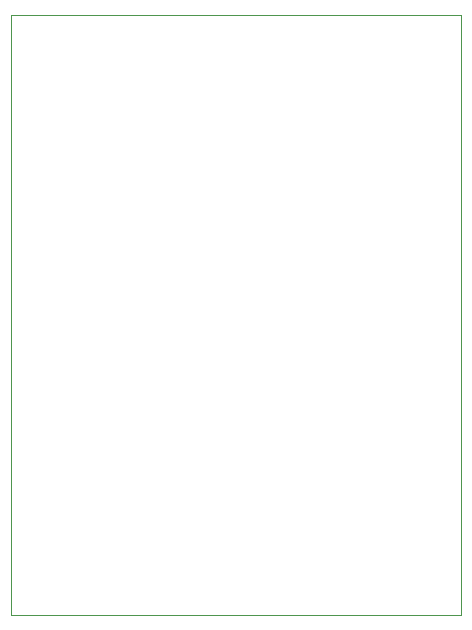
<source format=gm1>
G75*
G70*
%OFA0B0*%
%FSLAX24Y24*%
%IPPOS*%
%LPD*%
%AMOC8*
5,1,8,0,0,1.08239X$1,22.5*
%
%ADD10C,0.0000*%
D10*
X000100Y000100D02*
X000100Y020100D01*
X015100Y020100D01*
X015100Y000100D01*
X000100Y000100D01*
M02*

</source>
